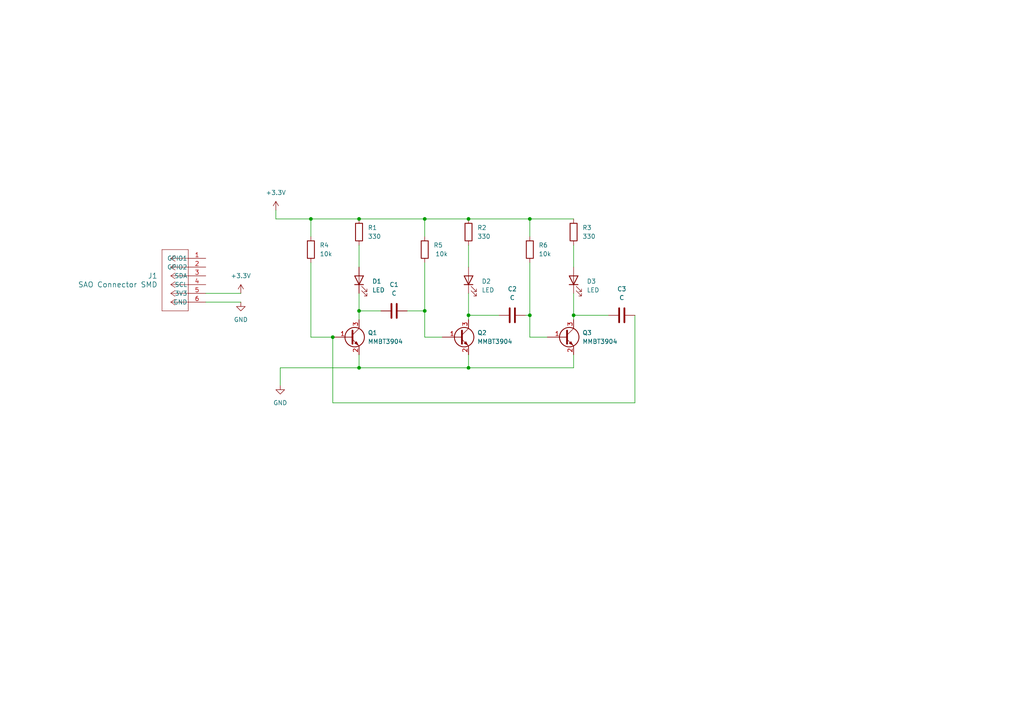
<source format=kicad_sch>
(kicad_sch
	(version 20231120)
	(generator "eeschema")
	(generator_version "8.0")
	(uuid "d5f2a1aa-578a-4ad8-9c0e-4bf4fc341cac")
	(paper "A4")
	(lib_symbols
		(symbol "Device:C"
			(pin_numbers hide)
			(pin_names
				(offset 0.254)
			)
			(exclude_from_sim no)
			(in_bom yes)
			(on_board yes)
			(property "Reference" "C"
				(at 0.635 2.54 0)
				(effects
					(font
						(size 1.27 1.27)
					)
					(justify left)
				)
			)
			(property "Value" "C"
				(at 0.635 -2.54 0)
				(effects
					(font
						(size 1.27 1.27)
					)
					(justify left)
				)
			)
			(property "Footprint" ""
				(at 0.9652 -3.81 0)
				(effects
					(font
						(size 1.27 1.27)
					)
					(hide yes)
				)
			)
			(property "Datasheet" "~"
				(at 0 0 0)
				(effects
					(font
						(size 1.27 1.27)
					)
					(hide yes)
				)
			)
			(property "Description" "Unpolarized capacitor"
				(at 0 0 0)
				(effects
					(font
						(size 1.27 1.27)
					)
					(hide yes)
				)
			)
			(property "ki_keywords" "cap capacitor"
				(at 0 0 0)
				(effects
					(font
						(size 1.27 1.27)
					)
					(hide yes)
				)
			)
			(property "ki_fp_filters" "C_*"
				(at 0 0 0)
				(effects
					(font
						(size 1.27 1.27)
					)
					(hide yes)
				)
			)
			(symbol "C_0_1"
				(polyline
					(pts
						(xy -2.032 -0.762) (xy 2.032 -0.762)
					)
					(stroke
						(width 0.508)
						(type default)
					)
					(fill
						(type none)
					)
				)
				(polyline
					(pts
						(xy -2.032 0.762) (xy 2.032 0.762)
					)
					(stroke
						(width 0.508)
						(type default)
					)
					(fill
						(type none)
					)
				)
			)
			(symbol "C_1_1"
				(pin passive line
					(at 0 3.81 270)
					(length 2.794)
					(name "~"
						(effects
							(font
								(size 1.27 1.27)
							)
						)
					)
					(number "1"
						(effects
							(font
								(size 1.27 1.27)
							)
						)
					)
				)
				(pin passive line
					(at 0 -3.81 90)
					(length 2.794)
					(name "~"
						(effects
							(font
								(size 1.27 1.27)
							)
						)
					)
					(number "2"
						(effects
							(font
								(size 1.27 1.27)
							)
						)
					)
				)
			)
		)
		(symbol "Device:LED"
			(pin_numbers hide)
			(pin_names
				(offset 1.016) hide)
			(exclude_from_sim no)
			(in_bom yes)
			(on_board yes)
			(property "Reference" "D"
				(at 0 2.54 0)
				(effects
					(font
						(size 1.27 1.27)
					)
				)
			)
			(property "Value" "LED"
				(at 0 -2.54 0)
				(effects
					(font
						(size 1.27 1.27)
					)
				)
			)
			(property "Footprint" ""
				(at 0 0 0)
				(effects
					(font
						(size 1.27 1.27)
					)
					(hide yes)
				)
			)
			(property "Datasheet" "~"
				(at 0 0 0)
				(effects
					(font
						(size 1.27 1.27)
					)
					(hide yes)
				)
			)
			(property "Description" "Light emitting diode"
				(at 0 0 0)
				(effects
					(font
						(size 1.27 1.27)
					)
					(hide yes)
				)
			)
			(property "ki_keywords" "LED diode"
				(at 0 0 0)
				(effects
					(font
						(size 1.27 1.27)
					)
					(hide yes)
				)
			)
			(property "ki_fp_filters" "LED* LED_SMD:* LED_THT:*"
				(at 0 0 0)
				(effects
					(font
						(size 1.27 1.27)
					)
					(hide yes)
				)
			)
			(symbol "LED_0_1"
				(polyline
					(pts
						(xy -1.27 -1.27) (xy -1.27 1.27)
					)
					(stroke
						(width 0.254)
						(type default)
					)
					(fill
						(type none)
					)
				)
				(polyline
					(pts
						(xy -1.27 0) (xy 1.27 0)
					)
					(stroke
						(width 0)
						(type default)
					)
					(fill
						(type none)
					)
				)
				(polyline
					(pts
						(xy 1.27 -1.27) (xy 1.27 1.27) (xy -1.27 0) (xy 1.27 -1.27)
					)
					(stroke
						(width 0.254)
						(type default)
					)
					(fill
						(type none)
					)
				)
				(polyline
					(pts
						(xy -3.048 -0.762) (xy -4.572 -2.286) (xy -3.81 -2.286) (xy -4.572 -2.286) (xy -4.572 -1.524)
					)
					(stroke
						(width 0)
						(type default)
					)
					(fill
						(type none)
					)
				)
				(polyline
					(pts
						(xy -1.778 -0.762) (xy -3.302 -2.286) (xy -2.54 -2.286) (xy -3.302 -2.286) (xy -3.302 -1.524)
					)
					(stroke
						(width 0)
						(type default)
					)
					(fill
						(type none)
					)
				)
			)
			(symbol "LED_1_1"
				(pin passive line
					(at -3.81 0 0)
					(length 2.54)
					(name "K"
						(effects
							(font
								(size 1.27 1.27)
							)
						)
					)
					(number "1"
						(effects
							(font
								(size 1.27 1.27)
							)
						)
					)
				)
				(pin passive line
					(at 3.81 0 180)
					(length 2.54)
					(name "A"
						(effects
							(font
								(size 1.27 1.27)
							)
						)
					)
					(number "2"
						(effects
							(font
								(size 1.27 1.27)
							)
						)
					)
				)
			)
		)
		(symbol "Device:R"
			(pin_numbers hide)
			(pin_names
				(offset 0)
			)
			(exclude_from_sim no)
			(in_bom yes)
			(on_board yes)
			(property "Reference" "R"
				(at 2.032 0 90)
				(effects
					(font
						(size 1.27 1.27)
					)
				)
			)
			(property "Value" "R"
				(at 0 0 90)
				(effects
					(font
						(size 1.27 1.27)
					)
				)
			)
			(property "Footprint" ""
				(at -1.778 0 90)
				(effects
					(font
						(size 1.27 1.27)
					)
					(hide yes)
				)
			)
			(property "Datasheet" "~"
				(at 0 0 0)
				(effects
					(font
						(size 1.27 1.27)
					)
					(hide yes)
				)
			)
			(property "Description" "Resistor"
				(at 0 0 0)
				(effects
					(font
						(size 1.27 1.27)
					)
					(hide yes)
				)
			)
			(property "ki_keywords" "R res resistor"
				(at 0 0 0)
				(effects
					(font
						(size 1.27 1.27)
					)
					(hide yes)
				)
			)
			(property "ki_fp_filters" "R_*"
				(at 0 0 0)
				(effects
					(font
						(size 1.27 1.27)
					)
					(hide yes)
				)
			)
			(symbol "R_0_1"
				(rectangle
					(start -1.016 -2.54)
					(end 1.016 2.54)
					(stroke
						(width 0.254)
						(type default)
					)
					(fill
						(type none)
					)
				)
			)
			(symbol "R_1_1"
				(pin passive line
					(at 0 3.81 270)
					(length 1.27)
					(name "~"
						(effects
							(font
								(size 1.27 1.27)
							)
						)
					)
					(number "1"
						(effects
							(font
								(size 1.27 1.27)
							)
						)
					)
				)
				(pin passive line
					(at 0 -3.81 90)
					(length 1.27)
					(name "~"
						(effects
							(font
								(size 1.27 1.27)
							)
						)
					)
					(number "2"
						(effects
							(font
								(size 1.27 1.27)
							)
						)
					)
				)
			)
		)
		(symbol "SAO Connector SMD:SAO Connector SMD"
			(pin_names
				(offset 0.254)
			)
			(exclude_from_sim no)
			(in_bom yes)
			(on_board yes)
			(property "Reference" "J"
				(at 8.89 6.35 0)
				(effects
					(font
						(size 1.524 1.524)
					)
				)
			)
			(property "Value" "SAO Connector SMD"
				(at 0 0 0)
				(effects
					(font
						(size 1.524 1.524)
					)
				)
			)
			(property "Footprint" "components:SAO Connector SMD"
				(at 0 0 0)
				(effects
					(font
						(size 1.27 1.27)
						(italic yes)
					)
					(hide yes)
				)
			)
			(property "Datasheet" "M20-8760342"
				(at 0 0 0)
				(effects
					(font
						(size 1.27 1.27)
						(italic yes)
					)
					(hide yes)
				)
			)
			(property "Description" ""
				(at 0 0 0)
				(effects
					(font
						(size 1.27 1.27)
					)
					(hide yes)
				)
			)
			(property "ki_keywords" "M20-8760342"
				(at 0 0 0)
				(effects
					(font
						(size 1.27 1.27)
					)
					(hide yes)
				)
			)
			(property "ki_fp_filters" "CONN6_M20-8760342_HRW"
				(at 0 0 0)
				(effects
					(font
						(size 1.27 1.27)
					)
					(hide yes)
				)
			)
			(symbol "SAO Connector SMD_1_1"
				(polyline
					(pts
						(xy 5.08 -15.24) (xy 12.7 -15.24)
					)
					(stroke
						(width 0.127)
						(type default)
					)
					(fill
						(type none)
					)
				)
				(polyline
					(pts
						(xy 5.08 2.54) (xy 5.08 -15.24)
					)
					(stroke
						(width 0.127)
						(type default)
					)
					(fill
						(type none)
					)
				)
				(polyline
					(pts
						(xy 10.16 -12.7) (xy 5.08 -12.7)
					)
					(stroke
						(width 0.127)
						(type default)
					)
					(fill
						(type none)
					)
				)
				(polyline
					(pts
						(xy 10.16 -12.7) (xy 8.89 -13.5467)
					)
					(stroke
						(width 0.127)
						(type default)
					)
					(fill
						(type none)
					)
				)
				(polyline
					(pts
						(xy 10.16 -12.7) (xy 8.89 -11.8533)
					)
					(stroke
						(width 0.127)
						(type default)
					)
					(fill
						(type none)
					)
				)
				(polyline
					(pts
						(xy 10.16 -10.16) (xy 5.08 -10.16)
					)
					(stroke
						(width 0.127)
						(type default)
					)
					(fill
						(type none)
					)
				)
				(polyline
					(pts
						(xy 10.16 -10.16) (xy 8.89 -11.0067)
					)
					(stroke
						(width 0.127)
						(type default)
					)
					(fill
						(type none)
					)
				)
				(polyline
					(pts
						(xy 10.16 -10.16) (xy 8.89 -9.3133)
					)
					(stroke
						(width 0.127)
						(type default)
					)
					(fill
						(type none)
					)
				)
				(polyline
					(pts
						(xy 10.16 -7.62) (xy 5.08 -7.62)
					)
					(stroke
						(width 0.127)
						(type default)
					)
					(fill
						(type none)
					)
				)
				(polyline
					(pts
						(xy 10.16 -7.62) (xy 8.89 -8.4667)
					)
					(stroke
						(width 0.127)
						(type default)
					)
					(fill
						(type none)
					)
				)
				(polyline
					(pts
						(xy 10.16 -7.62) (xy 8.89 -6.7733)
					)
					(stroke
						(width 0.127)
						(type default)
					)
					(fill
						(type none)
					)
				)
				(polyline
					(pts
						(xy 10.16 -5.08) (xy 5.08 -5.08)
					)
					(stroke
						(width 0.127)
						(type default)
					)
					(fill
						(type none)
					)
				)
				(polyline
					(pts
						(xy 10.16 -5.08) (xy 8.89 -5.9267)
					)
					(stroke
						(width 0.127)
						(type default)
					)
					(fill
						(type none)
					)
				)
				(polyline
					(pts
						(xy 10.16 -5.08) (xy 8.89 -4.2333)
					)
					(stroke
						(width 0.127)
						(type default)
					)
					(fill
						(type none)
					)
				)
				(polyline
					(pts
						(xy 10.16 -2.54) (xy 5.08 -2.54)
					)
					(stroke
						(width 0.127)
						(type default)
					)
					(fill
						(type none)
					)
				)
				(polyline
					(pts
						(xy 10.16 -2.54) (xy 8.89 -3.3867)
					)
					(stroke
						(width 0.127)
						(type default)
					)
					(fill
						(type none)
					)
				)
				(polyline
					(pts
						(xy 10.16 -2.54) (xy 8.89 -1.6933)
					)
					(stroke
						(width 0.127)
						(type default)
					)
					(fill
						(type none)
					)
				)
				(polyline
					(pts
						(xy 10.16 0) (xy 5.08 0)
					)
					(stroke
						(width 0.127)
						(type default)
					)
					(fill
						(type none)
					)
				)
				(polyline
					(pts
						(xy 10.16 0) (xy 8.89 -0.8467)
					)
					(stroke
						(width 0.127)
						(type default)
					)
					(fill
						(type none)
					)
				)
				(polyline
					(pts
						(xy 10.16 0) (xy 8.89 0.8467)
					)
					(stroke
						(width 0.127)
						(type default)
					)
					(fill
						(type none)
					)
				)
				(polyline
					(pts
						(xy 12.7 -15.24) (xy 12.7 2.54)
					)
					(stroke
						(width 0.127)
						(type default)
					)
					(fill
						(type none)
					)
				)
				(polyline
					(pts
						(xy 12.7 2.54) (xy 5.08 2.54)
					)
					(stroke
						(width 0.127)
						(type default)
					)
					(fill
						(type none)
					)
				)
				(pin unspecified line
					(at 0 0 0)
					(length 5.08)
					(name "GPIO1"
						(effects
							(font
								(size 1.27 1.27)
							)
						)
					)
					(number "1"
						(effects
							(font
								(size 1.27 1.27)
							)
						)
					)
				)
				(pin unspecified line
					(at 0 -2.54 0)
					(length 5.08)
					(name "GPIO2"
						(effects
							(font
								(size 1.27 1.27)
							)
						)
					)
					(number "2"
						(effects
							(font
								(size 1.27 1.27)
							)
						)
					)
				)
				(pin unspecified line
					(at 0 -5.08 0)
					(length 5.08)
					(name "SDA"
						(effects
							(font
								(size 1.27 1.27)
							)
						)
					)
					(number "3"
						(effects
							(font
								(size 1.27 1.27)
							)
						)
					)
				)
				(pin unspecified line
					(at 0 -7.62 0)
					(length 5.08)
					(name "SCL"
						(effects
							(font
								(size 1.27 1.27)
							)
						)
					)
					(number "4"
						(effects
							(font
								(size 1.27 1.27)
							)
						)
					)
				)
				(pin unspecified line
					(at 0 -10.16 0)
					(length 5.08)
					(name "3V3"
						(effects
							(font
								(size 1.27 1.27)
							)
						)
					)
					(number "5"
						(effects
							(font
								(size 1.27 1.27)
							)
						)
					)
				)
				(pin unspecified line
					(at 0 -12.7 0)
					(length 5.08)
					(name "GND"
						(effects
							(font
								(size 1.27 1.27)
							)
						)
					)
					(number "6"
						(effects
							(font
								(size 1.27 1.27)
							)
						)
					)
				)
			)
			(symbol "SAO Connector SMD_1_2"
				(polyline
					(pts
						(xy 5.08 -15.24) (xy 12.7 -15.24)
					)
					(stroke
						(width 0.127)
						(type default)
					)
					(fill
						(type none)
					)
				)
				(polyline
					(pts
						(xy 5.08 2.54) (xy 5.08 -15.24)
					)
					(stroke
						(width 0.127)
						(type default)
					)
					(fill
						(type none)
					)
				)
				(polyline
					(pts
						(xy 7.62 -12.7) (xy 5.08 -12.7)
					)
					(stroke
						(width 0.127)
						(type default)
					)
					(fill
						(type none)
					)
				)
				(polyline
					(pts
						(xy 7.62 -12.7) (xy 8.89 -13.5467)
					)
					(stroke
						(width 0.127)
						(type default)
					)
					(fill
						(type none)
					)
				)
				(polyline
					(pts
						(xy 7.62 -12.7) (xy 8.89 -11.8533)
					)
					(stroke
						(width 0.127)
						(type default)
					)
					(fill
						(type none)
					)
				)
				(polyline
					(pts
						(xy 7.62 -10.16) (xy 5.08 -10.16)
					)
					(stroke
						(width 0.127)
						(type default)
					)
					(fill
						(type none)
					)
				)
				(polyline
					(pts
						(xy 7.62 -10.16) (xy 8.89 -11.0067)
					)
					(stroke
						(width 0.127)
						(type default)
					)
					(fill
						(type none)
					)
				)
				(polyline
					(pts
						(xy 7.62 -10.16) (xy 8.89 -9.3133)
					)
					(stroke
						(width 0.127)
						(type default)
					)
					(fill
						(type none)
					)
				)
				(polyline
					(pts
						(xy 7.62 -7.62) (xy 5.08 -7.62)
					)
					(stroke
						(width 0.127)
						(type default)
					)
					(fill
						(type none)
					)
				)
				(polyline
					(pts
						(xy 7.62 -7.62) (xy 8.89 -8.4667)
					)
					(stroke
						(width 0.127)
						(type default)
					)
					(fill
						(type none)
					)
				)
				(polyline
					(pts
						(xy 7.62 -7.62) (xy 8.89 -6.7733)
					)
					(stroke
						(width 0.127)
						(type default)
					)
					(fill
						(type none)
					)
				)
				(polyline
					(pts
						(xy 7.62 -5.08) (xy 5.08 -5.08)
					)
					(stroke
						(width 0.127)
						(type default)
					)
					(fill
						(type none)
					)
				)
				(polyline
					(pts
						(xy 7.62 -5.08) (xy 8.89 -5.9267)
					)
					(stroke
						(width 0.127)
						(type default)
					)
					(fill
						(type none)
					)
				)
				(polyline
					(pts
						(xy 7.62 -5.08) (xy 8.89 -4.2333)
					)
					(stroke
						(width 0.127)
						(type default)
					)
					(fill
						(type none)
					)
				)
				(polyline
					(pts
						(xy 7.62 -2.54) (xy 5.08 -2.54)
					)
					(stroke
						(width 0.127)
						(type default)
					)
					(fill
						(type none)
					)
				)
				(polyline
					(pts
						(xy 7.62 -2.54) (xy 8.89 -3.3867)
					)
					(stroke
						(width 0.127)
						(type default)
					)
					(fill
						(type none)
					)
				)
				(polyline
					(pts
						(xy 7.62 -2.54) (xy 8.89 -1.6933)
					)
					(stroke
						(width 0.127)
						(type default)
					)
					(fill
						(type none)
					)
				)
				(polyline
					(pts
						(xy 7.62 0) (xy 5.08 0)
					)
					(stroke
						(width 0.127)
						(type default)
					)
					(fill
						(type none)
					)
				)
				(polyline
					(pts
						(xy 7.62 0) (xy 8.89 -0.8467)
					)
					(stroke
						(width 0.127)
						(type default)
					)
					(fill
						(type none)
					)
				)
				(polyline
					(pts
						(xy 7.62 0) (xy 8.89 0.8467)
					)
					(stroke
						(width 0.127)
						(type default)
					)
					(fill
						(type none)
					)
				)
				(polyline
					(pts
						(xy 12.7 -15.24) (xy 12.7 2.54)
					)
					(stroke
						(width 0.127)
						(type default)
					)
					(fill
						(type none)
					)
				)
				(polyline
					(pts
						(xy 12.7 2.54) (xy 5.08 2.54)
					)
					(stroke
						(width 0.127)
						(type default)
					)
					(fill
						(type none)
					)
				)
				(pin unspecified line
					(at 0 0 0)
					(length 5.08)
					(name "1"
						(effects
							(font
								(size 1.27 1.27)
							)
						)
					)
					(number "1"
						(effects
							(font
								(size 1.27 1.27)
							)
						)
					)
				)
				(pin unspecified line
					(at 0 -2.54 0)
					(length 5.08)
					(name "2"
						(effects
							(font
								(size 1.27 1.27)
							)
						)
					)
					(number "2"
						(effects
							(font
								(size 1.27 1.27)
							)
						)
					)
				)
				(pin unspecified line
					(at 0 -5.08 0)
					(length 5.08)
					(name "3"
						(effects
							(font
								(size 1.27 1.27)
							)
						)
					)
					(number "3"
						(effects
							(font
								(size 1.27 1.27)
							)
						)
					)
				)
				(pin unspecified line
					(at 0 -7.62 0)
					(length 5.08)
					(name "4"
						(effects
							(font
								(size 1.27 1.27)
							)
						)
					)
					(number "4"
						(effects
							(font
								(size 1.27 1.27)
							)
						)
					)
				)
				(pin unspecified line
					(at 0 -10.16 0)
					(length 5.08)
					(name "5"
						(effects
							(font
								(size 1.27 1.27)
							)
						)
					)
					(number "5"
						(effects
							(font
								(size 1.27 1.27)
							)
						)
					)
				)
				(pin unspecified line
					(at 0 -12.7 0)
					(length 5.08)
					(name "6"
						(effects
							(font
								(size 1.27 1.27)
							)
						)
					)
					(number "6"
						(effects
							(font
								(size 1.27 1.27)
							)
						)
					)
				)
			)
		)
		(symbol "Transistor_BJT:MMBT3904"
			(pin_names
				(offset 0) hide)
			(exclude_from_sim no)
			(in_bom yes)
			(on_board yes)
			(property "Reference" "Q"
				(at 5.08 1.905 0)
				(effects
					(font
						(size 1.27 1.27)
					)
					(justify left)
				)
			)
			(property "Value" "MMBT3904"
				(at 5.08 0 0)
				(effects
					(font
						(size 1.27 1.27)
					)
					(justify left)
				)
			)
			(property "Footprint" "Package_TO_SOT_SMD:SOT-23"
				(at 5.08 -1.905 0)
				(effects
					(font
						(size 1.27 1.27)
						(italic yes)
					)
					(justify left)
					(hide yes)
				)
			)
			(property "Datasheet" "https://www.onsemi.com/pdf/datasheet/pzt3904-d.pdf"
				(at 0 0 0)
				(effects
					(font
						(size 1.27 1.27)
					)
					(justify left)
					(hide yes)
				)
			)
			(property "Description" "0.2A Ic, 40V Vce, Small Signal NPN Transistor, SOT-23"
				(at 0 0 0)
				(effects
					(font
						(size 1.27 1.27)
					)
					(hide yes)
				)
			)
			(property "ki_keywords" "NPN Transistor"
				(at 0 0 0)
				(effects
					(font
						(size 1.27 1.27)
					)
					(hide yes)
				)
			)
			(property "ki_fp_filters" "SOT?23*"
				(at 0 0 0)
				(effects
					(font
						(size 1.27 1.27)
					)
					(hide yes)
				)
			)
			(symbol "MMBT3904_0_1"
				(polyline
					(pts
						(xy 0.635 0.635) (xy 2.54 2.54)
					)
					(stroke
						(width 0)
						(type default)
					)
					(fill
						(type none)
					)
				)
				(polyline
					(pts
						(xy 0.635 -0.635) (xy 2.54 -2.54) (xy 2.54 -2.54)
					)
					(stroke
						(width 0)
						(type default)
					)
					(fill
						(type none)
					)
				)
				(polyline
					(pts
						(xy 0.635 1.905) (xy 0.635 -1.905) (xy 0.635 -1.905)
					)
					(stroke
						(width 0.508)
						(type default)
					)
					(fill
						(type none)
					)
				)
				(polyline
					(pts
						(xy 1.27 -1.778) (xy 1.778 -1.27) (xy 2.286 -2.286) (xy 1.27 -1.778) (xy 1.27 -1.778)
					)
					(stroke
						(width 0)
						(type default)
					)
					(fill
						(type outline)
					)
				)
				(circle
					(center 1.27 0)
					(radius 2.8194)
					(stroke
						(width 0.254)
						(type default)
					)
					(fill
						(type none)
					)
				)
			)
			(symbol "MMBT3904_1_1"
				(pin input line
					(at -5.08 0 0)
					(length 5.715)
					(name "B"
						(effects
							(font
								(size 1.27 1.27)
							)
						)
					)
					(number "1"
						(effects
							(font
								(size 1.27 1.27)
							)
						)
					)
				)
				(pin passive line
					(at 2.54 -5.08 90)
					(length 2.54)
					(name "E"
						(effects
							(font
								(size 1.27 1.27)
							)
						)
					)
					(number "2"
						(effects
							(font
								(size 1.27 1.27)
							)
						)
					)
				)
				(pin passive line
					(at 2.54 5.08 270)
					(length 2.54)
					(name "C"
						(effects
							(font
								(size 1.27 1.27)
							)
						)
					)
					(number "3"
						(effects
							(font
								(size 1.27 1.27)
							)
						)
					)
				)
			)
		)
		(symbol "power:+3.3V"
			(power)
			(pin_numbers hide)
			(pin_names
				(offset 0) hide)
			(exclude_from_sim no)
			(in_bom yes)
			(on_board yes)
			(property "Reference" "#PWR"
				(at 0 -3.81 0)
				(effects
					(font
						(size 1.27 1.27)
					)
					(hide yes)
				)
			)
			(property "Value" "+3.3V"
				(at 0 3.556 0)
				(effects
					(font
						(size 1.27 1.27)
					)
				)
			)
			(property "Footprint" ""
				(at 0 0 0)
				(effects
					(font
						(size 1.27 1.27)
					)
					(hide yes)
				)
			)
			(property "Datasheet" ""
				(at 0 0 0)
				(effects
					(font
						(size 1.27 1.27)
					)
					(hide yes)
				)
			)
			(property "Description" "Power symbol creates a global label with name \"+3.3V\""
				(at 0 0 0)
				(effects
					(font
						(size 1.27 1.27)
					)
					(hide yes)
				)
			)
			(property "ki_keywords" "global power"
				(at 0 0 0)
				(effects
					(font
						(size 1.27 1.27)
					)
					(hide yes)
				)
			)
			(symbol "+3.3V_0_1"
				(polyline
					(pts
						(xy -0.762 1.27) (xy 0 2.54)
					)
					(stroke
						(width 0)
						(type default)
					)
					(fill
						(type none)
					)
				)
				(polyline
					(pts
						(xy 0 0) (xy 0 2.54)
					)
					(stroke
						(width 0)
						(type default)
					)
					(fill
						(type none)
					)
				)
				(polyline
					(pts
						(xy 0 2.54) (xy 0.762 1.27)
					)
					(stroke
						(width 0)
						(type default)
					)
					(fill
						(type none)
					)
				)
			)
			(symbol "+3.3V_1_1"
				(pin power_in line
					(at 0 0 90)
					(length 0)
					(name "~"
						(effects
							(font
								(size 1.27 1.27)
							)
						)
					)
					(number "1"
						(effects
							(font
								(size 1.27 1.27)
							)
						)
					)
				)
			)
		)
		(symbol "power:GND"
			(power)
			(pin_numbers hide)
			(pin_names
				(offset 0) hide)
			(exclude_from_sim no)
			(in_bom yes)
			(on_board yes)
			(property "Reference" "#PWR"
				(at 0 -6.35 0)
				(effects
					(font
						(size 1.27 1.27)
					)
					(hide yes)
				)
			)
			(property "Value" "GND"
				(at 0 -3.81 0)
				(effects
					(font
						(size 1.27 1.27)
					)
				)
			)
			(property "Footprint" ""
				(at 0 0 0)
				(effects
					(font
						(size 1.27 1.27)
					)
					(hide yes)
				)
			)
			(property "Datasheet" ""
				(at 0 0 0)
				(effects
					(font
						(size 1.27 1.27)
					)
					(hide yes)
				)
			)
			(property "Description" "Power symbol creates a global label with name \"GND\" , ground"
				(at 0 0 0)
				(effects
					(font
						(size 1.27 1.27)
					)
					(hide yes)
				)
			)
			(property "ki_keywords" "global power"
				(at 0 0 0)
				(effects
					(font
						(size 1.27 1.27)
					)
					(hide yes)
				)
			)
			(symbol "GND_0_1"
				(polyline
					(pts
						(xy 0 0) (xy 0 -1.27) (xy 1.27 -1.27) (xy 0 -2.54) (xy -1.27 -1.27) (xy 0 -1.27)
					)
					(stroke
						(width 0)
						(type default)
					)
					(fill
						(type none)
					)
				)
			)
			(symbol "GND_1_1"
				(pin power_in line
					(at 0 0 270)
					(length 0)
					(name "~"
						(effects
							(font
								(size 1.27 1.27)
							)
						)
					)
					(number "1"
						(effects
							(font
								(size 1.27 1.27)
							)
						)
					)
				)
			)
		)
	)
	(junction
		(at 166.37 91.44)
		(diameter 0)
		(color 0 0 0 0)
		(uuid "0b0880bf-0fa6-42d4-9566-d9e190ef729b")
	)
	(junction
		(at 123.19 63.5)
		(diameter 0)
		(color 0 0 0 0)
		(uuid "1ccd0c2b-16c2-40d3-ab8a-4e27825eca76")
	)
	(junction
		(at 123.19 90.17)
		(diameter 0)
		(color 0 0 0 0)
		(uuid "1d9cd42d-d592-4e7d-ab15-c68a276b6aa8")
	)
	(junction
		(at 153.67 91.44)
		(diameter 0)
		(color 0 0 0 0)
		(uuid "4f8a2c82-3054-4b52-a19b-8454617535e6")
	)
	(junction
		(at 135.89 63.5)
		(diameter 0)
		(color 0 0 0 0)
		(uuid "6c3fe878-5cde-4249-ae39-50865c702dff")
	)
	(junction
		(at 153.67 63.5)
		(diameter 0)
		(color 0 0 0 0)
		(uuid "7f2229f3-3143-4cda-94cb-9c98f236665d")
	)
	(junction
		(at 135.89 91.44)
		(diameter 0)
		(color 0 0 0 0)
		(uuid "9a33a7e9-4be6-40f4-ac3f-bc0d2b9d8dee")
	)
	(junction
		(at 104.14 63.5)
		(diameter 0)
		(color 0 0 0 0)
		(uuid "a08ab826-4d0b-4317-9cc3-f3e2eded6994")
	)
	(junction
		(at 104.14 106.68)
		(diameter 0)
		(color 0 0 0 0)
		(uuid "a09f69fe-da87-407f-bc84-f9fa908e6f9a")
	)
	(junction
		(at 135.89 106.68)
		(diameter 0)
		(color 0 0 0 0)
		(uuid "b1f48d04-a39f-4c1e-bde2-a4dca9cc2251")
	)
	(junction
		(at 96.52 97.79)
		(diameter 0)
		(color 0 0 0 0)
		(uuid "e78c3035-bb27-41b1-8eff-1ca505f679bc")
	)
	(junction
		(at 104.14 90.17)
		(diameter 0)
		(color 0 0 0 0)
		(uuid "f8b8749b-d8f7-420a-8851-a6fd1499881f")
	)
	(junction
		(at 90.17 63.5)
		(diameter 0)
		(color 0 0 0 0)
		(uuid "fb925bda-d992-469a-935c-b71efd4af41b")
	)
	(wire
		(pts
			(xy 135.89 71.12) (xy 135.89 77.47)
		)
		(stroke
			(width 0)
			(type default)
		)
		(uuid "01cd4b76-c66e-4201-b5a9-4f0d9545d5ac")
	)
	(wire
		(pts
			(xy 59.69 85.09) (xy 69.85 85.09)
		)
		(stroke
			(width 0)
			(type default)
		)
		(uuid "064ea619-c34b-49cf-b7eb-860d29b8c2b7")
	)
	(wire
		(pts
			(xy 135.89 106.68) (xy 166.37 106.68)
		)
		(stroke
			(width 0)
			(type default)
		)
		(uuid "099be7f0-14e3-40e2-88e4-84a69ece13ba")
	)
	(wire
		(pts
			(xy 152.4 91.44) (xy 153.67 91.44)
		)
		(stroke
			(width 0)
			(type default)
		)
		(uuid "0bf86857-08fa-4b77-852f-d81c2230c06c")
	)
	(wire
		(pts
			(xy 153.67 63.5) (xy 166.37 63.5)
		)
		(stroke
			(width 0)
			(type default)
		)
		(uuid "12426e25-11b9-4c2b-8f95-7ae20674ad05")
	)
	(wire
		(pts
			(xy 166.37 85.09) (xy 166.37 91.44)
		)
		(stroke
			(width 0)
			(type default)
		)
		(uuid "184b14a0-3f94-43ba-8d56-120b976f21fc")
	)
	(wire
		(pts
			(xy 135.89 85.09) (xy 135.89 91.44)
		)
		(stroke
			(width 0)
			(type default)
		)
		(uuid "2c994d04-7fb3-4d7c-9af9-e0bc429f4b5f")
	)
	(wire
		(pts
			(xy 90.17 97.79) (xy 96.52 97.79)
		)
		(stroke
			(width 0)
			(type default)
		)
		(uuid "2eca2a15-3fc2-4e99-86b6-3cd806a7b7c6")
	)
	(wire
		(pts
			(xy 123.19 63.5) (xy 123.19 68.58)
		)
		(stroke
			(width 0)
			(type default)
		)
		(uuid "37391868-c3ce-4cfe-b8bf-25ff6c122320")
	)
	(wire
		(pts
			(xy 118.11 90.17) (xy 123.19 90.17)
		)
		(stroke
			(width 0)
			(type default)
		)
		(uuid "389c37a1-49fa-4ceb-9c47-1a4acb15632f")
	)
	(wire
		(pts
			(xy 104.14 90.17) (xy 104.14 92.71)
		)
		(stroke
			(width 0)
			(type default)
		)
		(uuid "3f8ce8d2-9fd1-4765-8c87-062d57192048")
	)
	(wire
		(pts
			(xy 166.37 102.87) (xy 166.37 106.68)
		)
		(stroke
			(width 0)
			(type default)
		)
		(uuid "5641203c-4af6-4c03-ad57-4bc8da6e081d")
	)
	(wire
		(pts
			(xy 153.67 97.79) (xy 158.75 97.79)
		)
		(stroke
			(width 0)
			(type default)
		)
		(uuid "56851a56-1dde-485a-b4cd-971f76ab48c3")
	)
	(wire
		(pts
			(xy 135.89 91.44) (xy 144.78 91.44)
		)
		(stroke
			(width 0)
			(type default)
		)
		(uuid "5e170b64-fa67-41fb-a2fc-1010efa23377")
	)
	(wire
		(pts
			(xy 166.37 91.44) (xy 166.37 92.71)
		)
		(stroke
			(width 0)
			(type default)
		)
		(uuid "6689d175-1059-48b4-a0a1-71914bc042ef")
	)
	(wire
		(pts
			(xy 128.27 97.79) (xy 123.19 97.79)
		)
		(stroke
			(width 0)
			(type default)
		)
		(uuid "67e800a4-9dc6-4e22-9bd4-63b48091af28")
	)
	(wire
		(pts
			(xy 104.14 106.68) (xy 135.89 106.68)
		)
		(stroke
			(width 0)
			(type default)
		)
		(uuid "6d6dccde-3153-4d92-b978-2c649517873d")
	)
	(wire
		(pts
			(xy 166.37 91.44) (xy 176.53 91.44)
		)
		(stroke
			(width 0)
			(type default)
		)
		(uuid "6dbdedab-36c2-45c5-9db5-953d7fbe68b3")
	)
	(wire
		(pts
			(xy 104.14 63.5) (xy 123.19 63.5)
		)
		(stroke
			(width 0)
			(type default)
		)
		(uuid "75cebe83-1c6a-43a6-ad9c-4b522346f522")
	)
	(wire
		(pts
			(xy 80.01 63.5) (xy 80.01 60.96)
		)
		(stroke
			(width 0)
			(type default)
		)
		(uuid "7ed3070c-736a-4ba9-97d4-f1c0ab8028b9")
	)
	(wire
		(pts
			(xy 153.67 63.5) (xy 153.67 68.58)
		)
		(stroke
			(width 0)
			(type default)
		)
		(uuid "8a6a602e-52ad-4d7c-8e2b-b2c91150590e")
	)
	(wire
		(pts
			(xy 90.17 63.5) (xy 90.17 68.58)
		)
		(stroke
			(width 0)
			(type default)
		)
		(uuid "8b6bc49d-b522-4bb9-aa1f-edb8b746743e")
	)
	(wire
		(pts
			(xy 123.19 63.5) (xy 135.89 63.5)
		)
		(stroke
			(width 0)
			(type default)
		)
		(uuid "8f5c9f6f-9a29-495a-909b-a5d4740610e0")
	)
	(wire
		(pts
			(xy 184.15 116.84) (xy 96.52 116.84)
		)
		(stroke
			(width 0)
			(type default)
		)
		(uuid "92c26c3c-ad7a-487b-aa39-401689ad0783")
	)
	(wire
		(pts
			(xy 135.89 63.5) (xy 153.67 63.5)
		)
		(stroke
			(width 0)
			(type default)
		)
		(uuid "951b07e5-cbc3-486b-b68f-c0d86c89fcd0")
	)
	(wire
		(pts
			(xy 96.52 116.84) (xy 96.52 97.79)
		)
		(stroke
			(width 0)
			(type default)
		)
		(uuid "9c19fa6c-0846-47fe-8043-68d55edf920b")
	)
	(wire
		(pts
			(xy 59.69 87.63) (xy 69.85 87.63)
		)
		(stroke
			(width 0)
			(type default)
		)
		(uuid "9d9cd78e-e936-4fbf-b169-d4e6b2094de8")
	)
	(wire
		(pts
			(xy 123.19 90.17) (xy 123.19 97.79)
		)
		(stroke
			(width 0)
			(type default)
		)
		(uuid "a2a9c42a-cf3c-4903-9543-a4bc2f8547dd")
	)
	(wire
		(pts
			(xy 135.89 91.44) (xy 135.89 92.71)
		)
		(stroke
			(width 0)
			(type default)
		)
		(uuid "a6f9fbfe-fd5a-4a0b-814c-ae3b4d1e50b9")
	)
	(wire
		(pts
			(xy 104.14 85.09) (xy 104.14 90.17)
		)
		(stroke
			(width 0)
			(type default)
		)
		(uuid "a908ec50-7720-4143-91cf-a34dc8e56c45")
	)
	(wire
		(pts
			(xy 104.14 102.87) (xy 104.14 106.68)
		)
		(stroke
			(width 0)
			(type default)
		)
		(uuid "ab39cafa-cdf9-4d70-9b49-5df7f4cf8d30")
	)
	(wire
		(pts
			(xy 166.37 71.12) (xy 166.37 77.47)
		)
		(stroke
			(width 0)
			(type default)
		)
		(uuid "b69dd464-2cf2-42c4-814b-8f514a624501")
	)
	(wire
		(pts
			(xy 104.14 71.12) (xy 104.14 77.47)
		)
		(stroke
			(width 0)
			(type default)
		)
		(uuid "bf570b47-5253-491e-be3c-411e9f1d351c")
	)
	(wire
		(pts
			(xy 81.28 106.68) (xy 81.28 111.76)
		)
		(stroke
			(width 0)
			(type default)
		)
		(uuid "bff91f98-533d-47c8-bd1f-c54883e88cce")
	)
	(wire
		(pts
			(xy 104.14 106.68) (xy 81.28 106.68)
		)
		(stroke
			(width 0)
			(type default)
		)
		(uuid "cd04b841-5830-4b8c-8130-44e1932a94b8")
	)
	(wire
		(pts
			(xy 184.15 91.44) (xy 184.15 116.84)
		)
		(stroke
			(width 0)
			(type default)
		)
		(uuid "ce24661e-f653-4401-8dbb-415674a1d7a4")
	)
	(wire
		(pts
			(xy 135.89 102.87) (xy 135.89 106.68)
		)
		(stroke
			(width 0)
			(type default)
		)
		(uuid "ce891e61-b90b-4620-95b0-06c24d1c219d")
	)
	(wire
		(pts
			(xy 110.49 90.17) (xy 104.14 90.17)
		)
		(stroke
			(width 0)
			(type default)
		)
		(uuid "d86e5c16-24c9-44ec-8434-6eef77181701")
	)
	(wire
		(pts
			(xy 90.17 63.5) (xy 104.14 63.5)
		)
		(stroke
			(width 0)
			(type default)
		)
		(uuid "dd9cac1c-d0f1-4aac-a2ce-bb59092ea2a4")
	)
	(wire
		(pts
			(xy 153.67 76.2) (xy 153.67 91.44)
		)
		(stroke
			(width 0)
			(type default)
		)
		(uuid "df2bc0e7-f745-4a18-b339-17155fed3b6e")
	)
	(wire
		(pts
			(xy 90.17 76.2) (xy 90.17 97.79)
		)
		(stroke
			(width 0)
			(type default)
		)
		(uuid "df6c439f-330b-474f-a549-56a9b1aee042")
	)
	(wire
		(pts
			(xy 123.19 76.2) (xy 123.19 90.17)
		)
		(stroke
			(width 0)
			(type default)
		)
		(uuid "e88c6e76-aef1-4e8a-b9e4-ceff7460d7ec")
	)
	(wire
		(pts
			(xy 80.01 63.5) (xy 90.17 63.5)
		)
		(stroke
			(width 0)
			(type default)
		)
		(uuid "ea6b259b-42a9-4429-bb82-676b3ff7441a")
	)
	(wire
		(pts
			(xy 153.67 91.44) (xy 153.67 97.79)
		)
		(stroke
			(width 0)
			(type default)
		)
		(uuid "f19a9e12-d2c0-4752-953b-3857cd4e2a31")
	)
	(symbol
		(lib_id "Device:R")
		(at 153.67 72.39 0)
		(unit 1)
		(exclude_from_sim no)
		(in_bom yes)
		(on_board yes)
		(dnp no)
		(fields_autoplaced yes)
		(uuid "07a18253-51cb-4d3a-acd3-243901d2da79")
		(property "Reference" "R6"
			(at 156.21 71.1199 0)
			(effects
				(font
					(size 1.27 1.27)
				)
				(justify left)
			)
		)
		(property "Value" "10k"
			(at 156.21 73.6599 0)
			(effects
				(font
					(size 1.27 1.27)
				)
				(justify left)
			)
		)
		(property "Footprint" "Resistor_SMD:R_0402_1005Metric_Pad0.72x0.64mm_HandSolder"
			(at 151.892 72.39 90)
			(effects
				(font
					(size 1.27 1.27)
				)
				(hide yes)
			)
		)
		(property "Datasheet" "~"
			(at 153.67 72.39 0)
			(effects
				(font
					(size 1.27 1.27)
				)
				(hide yes)
			)
		)
		(property "Description" "Resistor"
			(at 153.67 72.39 0)
			(effects
				(font
					(size 1.27 1.27)
				)
				(hide yes)
			)
		)
		(pin "2"
			(uuid "5352bb24-e592-4bdc-ac6b-c1f563bff44f")
		)
		(pin "1"
			(uuid "55000578-cd84-4389-9777-3204cb199b8d")
		)
		(instances
			(project "Sao_SlotMachine"
				(path "/d5f2a1aa-578a-4ad8-9c0e-4bf4fc341cac"
					(reference "R6")
					(unit 1)
				)
			)
		)
	)
	(symbol
		(lib_id "Device:R")
		(at 123.19 72.39 0)
		(unit 1)
		(exclude_from_sim no)
		(in_bom yes)
		(on_board yes)
		(dnp no)
		(uuid "108ba00a-2df4-4350-b856-ac5c40e35446")
		(property "Reference" "R5"
			(at 125.73 71.1199 0)
			(effects
				(font
					(size 1.27 1.27)
				)
				(justify left)
			)
		)
		(property "Value" "10k"
			(at 126.238 73.66 0)
			(effects
				(font
					(size 1.27 1.27)
				)
				(justify left)
			)
		)
		(property "Footprint" "Resistor_SMD:R_0402_1005Metric_Pad0.72x0.64mm_HandSolder"
			(at 121.412 72.39 90)
			(effects
				(font
					(size 1.27 1.27)
				)
				(hide yes)
			)
		)
		(property "Datasheet" "~"
			(at 123.19 72.39 0)
			(effects
				(font
					(size 1.27 1.27)
				)
				(hide yes)
			)
		)
		(property "Description" "Resistor"
			(at 123.19 72.39 0)
			(effects
				(font
					(size 1.27 1.27)
				)
				(hide yes)
			)
		)
		(pin "2"
			(uuid "bac62191-da68-48b6-88ee-2b3788ef736b")
		)
		(pin "1"
			(uuid "6655fac6-b55c-4d09-8b52-860486245784")
		)
		(instances
			(project "Sao_SlotMachine"
				(path "/d5f2a1aa-578a-4ad8-9c0e-4bf4fc341cac"
					(reference "R5")
					(unit 1)
				)
			)
		)
	)
	(symbol
		(lib_id "Device:R")
		(at 166.37 67.31 0)
		(unit 1)
		(exclude_from_sim no)
		(in_bom yes)
		(on_board yes)
		(dnp no)
		(fields_autoplaced yes)
		(uuid "1b58276c-efee-4e89-aa3d-184a45ef0b15")
		(property "Reference" "R3"
			(at 168.91 66.0399 0)
			(effects
				(font
					(size 1.27 1.27)
				)
				(justify left)
			)
		)
		(property "Value" "330"
			(at 168.91 68.5799 0)
			(effects
				(font
					(size 1.27 1.27)
				)
				(justify left)
			)
		)
		(property "Footprint" "Resistor_SMD:R_0402_1005Metric_Pad0.72x0.64mm_HandSolder"
			(at 164.592 67.31 90)
			(effects
				(font
					(size 1.27 1.27)
				)
				(hide yes)
			)
		)
		(property "Datasheet" "~"
			(at 166.37 67.31 0)
			(effects
				(font
					(size 1.27 1.27)
				)
				(hide yes)
			)
		)
		(property "Description" "Resistor"
			(at 166.37 67.31 0)
			(effects
				(font
					(size 1.27 1.27)
				)
				(hide yes)
			)
		)
		(pin "2"
			(uuid "e14624ba-cf5e-44a2-b8fb-9fa552aa2fb1")
		)
		(pin "1"
			(uuid "c13d5820-0ec8-4fe6-a507-960722dd93c4")
		)
		(instances
			(project "Sao_SlotMachine"
				(path "/d5f2a1aa-578a-4ad8-9c0e-4bf4fc341cac"
					(reference "R3")
					(unit 1)
				)
			)
		)
	)
	(symbol
		(lib_id "Device:LED")
		(at 166.37 81.28 90)
		(unit 1)
		(exclude_from_sim no)
		(in_bom yes)
		(on_board yes)
		(dnp no)
		(fields_autoplaced yes)
		(uuid "1b7c7229-a0d8-407b-b0b6-c42ea154ca26")
		(property "Reference" "D3"
			(at 170.18 81.5974 90)
			(effects
				(font
					(size 1.27 1.27)
				)
				(justify right)
			)
		)
		(property "Value" "LED"
			(at 170.18 84.1374 90)
			(effects
				(font
					(size 1.27 1.27)
				)
				(justify right)
			)
		)
		(property "Footprint" "LED_SMD:LED_0402_1005Metric_Pad0.77x0.64mm_HandSolder"
			(at 166.37 81.28 0)
			(effects
				(font
					(size 1.27 1.27)
				)
				(hide yes)
			)
		)
		(property "Datasheet" "~"
			(at 166.37 81.28 0)
			(effects
				(font
					(size 1.27 1.27)
				)
				(hide yes)
			)
		)
		(property "Description" "Light emitting diode"
			(at 166.37 81.28 0)
			(effects
				(font
					(size 1.27 1.27)
				)
				(hide yes)
			)
		)
		(pin "1"
			(uuid "4224f399-ddbe-4aee-bcc3-6e8349108d08")
		)
		(pin "2"
			(uuid "9651f97a-9b39-4253-933d-f55f0d9ac409")
		)
		(instances
			(project "Sao_SlotMachine"
				(path "/d5f2a1aa-578a-4ad8-9c0e-4bf4fc341cac"
					(reference "D3")
					(unit 1)
				)
			)
		)
	)
	(symbol
		(lib_id "SAO Connector SMD:SAO Connector SMD")
		(at 59.69 74.93 0)
		(mirror y)
		(unit 1)
		(exclude_from_sim no)
		(in_bom yes)
		(on_board yes)
		(dnp no)
		(uuid "38ebb079-aa22-4111-b680-b0105395bd4f")
		(property "Reference" "J1"
			(at 45.72 80.0099 0)
			(effects
				(font
					(size 1.524 1.524)
				)
				(justify left)
			)
		)
		(property "Value" "SAO Connector SMD"
			(at 45.72 82.5499 0)
			(effects
				(font
					(size 1.524 1.524)
				)
				(justify left)
			)
		)
		(property "Footprint" "footprints:SAO Connector SMD"
			(at 59.69 74.93 0)
			(effects
				(font
					(size 1.27 1.27)
					(italic yes)
				)
				(hide yes)
			)
		)
		(property "Datasheet" "M20-8760342"
			(at 59.69 74.93 0)
			(effects
				(font
					(size 1.27 1.27)
					(italic yes)
				)
				(hide yes)
			)
		)
		(property "Description" ""
			(at 59.69 74.93 0)
			(effects
				(font
					(size 1.27 1.27)
				)
				(hide yes)
			)
		)
		(pin "5"
			(uuid "847accad-19ea-49fa-86e7-bbb58db7c7b6")
		)
		(pin "4"
			(uuid "9b2341c1-601a-498e-a087-cf415013c751")
		)
		(pin "2"
			(uuid "e4d64f32-34b8-46b9-a774-ff6e94e52abe")
		)
		(pin "1"
			(uuid "ab1478a2-ab63-4434-93ea-c50fa3e6651f")
		)
		(pin "3"
			(uuid "58a8fa69-d397-48c2-835f-b1f327c2b231")
		)
		(pin "6"
			(uuid "6ccd6647-02e7-4eaa-a709-c2c3fd49f524")
		)
		(instances
			(project ""
				(path "/d5f2a1aa-578a-4ad8-9c0e-4bf4fc341cac"
					(reference "J1")
					(unit 1)
				)
			)
		)
	)
	(symbol
		(lib_id "Device:R")
		(at 90.17 72.39 0)
		(unit 1)
		(exclude_from_sim no)
		(in_bom yes)
		(on_board yes)
		(dnp no)
		(fields_autoplaced yes)
		(uuid "4731c121-3d0f-48e8-9a69-b7e1fb8074c1")
		(property "Reference" "R4"
			(at 92.71 71.1199 0)
			(effects
				(font
					(size 1.27 1.27)
				)
				(justify left)
			)
		)
		(property "Value" "10k"
			(at 92.71 73.6599 0)
			(effects
				(font
					(size 1.27 1.27)
				)
				(justify left)
			)
		)
		(property "Footprint" "Resistor_SMD:R_0402_1005Metric_Pad0.72x0.64mm_HandSolder"
			(at 88.392 72.39 90)
			(effects
				(font
					(size 1.27 1.27)
				)
				(hide yes)
			)
		)
		(property "Datasheet" "~"
			(at 90.17 72.39 0)
			(effects
				(font
					(size 1.27 1.27)
				)
				(hide yes)
			)
		)
		(property "Description" "Resistor"
			(at 90.17 72.39 0)
			(effects
				(font
					(size 1.27 1.27)
				)
				(hide yes)
			)
		)
		(pin "2"
			(uuid "797b3b23-a342-4224-b415-56580ddbe1f0")
		)
		(pin "1"
			(uuid "a222401c-5099-471b-b529-ccf8c3c57614")
		)
		(instances
			(project "Sao_SlotMachine"
				(path "/d5f2a1aa-578a-4ad8-9c0e-4bf4fc341cac"
					(reference "R4")
					(unit 1)
				)
			)
		)
	)
	(symbol
		(lib_id "Device:LED")
		(at 104.14 81.28 90)
		(unit 1)
		(exclude_from_sim no)
		(in_bom yes)
		(on_board yes)
		(dnp no)
		(fields_autoplaced yes)
		(uuid "4868d45b-94d2-4dcf-9a14-bdb9274920de")
		(property "Reference" "D1"
			(at 107.95 81.5974 90)
			(effects
				(font
					(size 1.27 1.27)
				)
				(justify right)
			)
		)
		(property "Value" "LED"
			(at 107.95 84.1374 90)
			(effects
				(font
					(size 1.27 1.27)
				)
				(justify right)
			)
		)
		(property "Footprint" "LED_SMD:LED_0402_1005Metric_Pad0.77x0.64mm_HandSolder"
			(at 104.14 81.28 0)
			(effects
				(font
					(size 1.27 1.27)
				)
				(hide yes)
			)
		)
		(property "Datasheet" "~"
			(at 104.14 81.28 0)
			(effects
				(font
					(size 1.27 1.27)
				)
				(hide yes)
			)
		)
		(property "Description" "Light emitting diode"
			(at 104.14 81.28 0)
			(effects
				(font
					(size 1.27 1.27)
				)
				(hide yes)
			)
		)
		(pin "1"
			(uuid "f0c12c19-cf99-44ca-accd-9f4628fe26ea")
		)
		(pin "2"
			(uuid "2a876078-98d9-4733-9c5d-e0247e6b22ef")
		)
		(instances
			(project ""
				(path "/d5f2a1aa-578a-4ad8-9c0e-4bf4fc341cac"
					(reference "D1")
					(unit 1)
				)
			)
		)
	)
	(symbol
		(lib_id "power:GND")
		(at 69.85 87.63 0)
		(unit 1)
		(exclude_from_sim no)
		(in_bom yes)
		(on_board yes)
		(dnp no)
		(fields_autoplaced yes)
		(uuid "49a8774a-40b8-4537-8dac-9bd0bc165777")
		(property "Reference" "#PWR01"
			(at 69.85 93.98 0)
			(effects
				(font
					(size 1.27 1.27)
				)
				(hide yes)
			)
		)
		(property "Value" "GND"
			(at 69.85 92.71 0)
			(effects
				(font
					(size 1.27 1.27)
				)
			)
		)
		(property "Footprint" ""
			(at 69.85 87.63 0)
			(effects
				(font
					(size 1.27 1.27)
				)
				(hide yes)
			)
		)
		(property "Datasheet" ""
			(at 69.85 87.63 0)
			(effects
				(font
					(size 1.27 1.27)
				)
				(hide yes)
			)
		)
		(property "Description" "Power symbol creates a global label with name \"GND\" , ground"
			(at 69.85 87.63 0)
			(effects
				(font
					(size 1.27 1.27)
				)
				(hide yes)
			)
		)
		(pin "1"
			(uuid "859d17bc-636f-4a90-b23f-15f17159c252")
		)
		(instances
			(project ""
				(path "/d5f2a1aa-578a-4ad8-9c0e-4bf4fc341cac"
					(reference "#PWR01")
					(unit 1)
				)
			)
		)
	)
	(symbol
		(lib_id "Transistor_BJT:MMBT3904")
		(at 163.83 97.79 0)
		(unit 1)
		(exclude_from_sim no)
		(in_bom yes)
		(on_board yes)
		(dnp no)
		(fields_autoplaced yes)
		(uuid "51be7b98-b77e-484b-9b93-c1456ab6aee9")
		(property "Reference" "Q3"
			(at 168.91 96.5199 0)
			(effects
				(font
					(size 1.27 1.27)
				)
				(justify left)
			)
		)
		(property "Value" "MMBT3904"
			(at 168.91 99.0599 0)
			(effects
				(font
					(size 1.27 1.27)
				)
				(justify left)
			)
		)
		(property "Footprint" "Package_TO_SOT_SMD:SOT-23"
			(at 168.91 99.695 0)
			(effects
				(font
					(size 1.27 1.27)
					(italic yes)
				)
				(justify left)
				(hide yes)
			)
		)
		(property "Datasheet" "https://www.onsemi.com/pdf/datasheet/pzt3904-d.pdf"
			(at 163.83 97.79 0)
			(effects
				(font
					(size 1.27 1.27)
				)
				(justify left)
				(hide yes)
			)
		)
		(property "Description" "0.2A Ic, 40V Vce, Small Signal NPN Transistor, SOT-23"
			(at 163.83 97.79 0)
			(effects
				(font
					(size 1.27 1.27)
				)
				(hide yes)
			)
		)
		(pin "2"
			(uuid "7de08b72-f571-408b-83d3-46ad05ff5fcc")
		)
		(pin "3"
			(uuid "ef9269b0-c465-4ab1-a418-52abff0dd8fa")
		)
		(pin "1"
			(uuid "1b372c7e-ebc6-43a9-b996-0202757b9cb2")
		)
		(instances
			(project "Sao_SlotMachine"
				(path "/d5f2a1aa-578a-4ad8-9c0e-4bf4fc341cac"
					(reference "Q3")
					(unit 1)
				)
			)
		)
	)
	(symbol
		(lib_id "power:+3.3V")
		(at 80.01 60.96 0)
		(unit 1)
		(exclude_from_sim no)
		(in_bom yes)
		(on_board yes)
		(dnp no)
		(fields_autoplaced yes)
		(uuid "6dacc9f4-24dc-4935-88ff-08c47adaf9c3")
		(property "Reference" "#PWR03"
			(at 80.01 64.77 0)
			(effects
				(font
					(size 1.27 1.27)
				)
				(hide yes)
			)
		)
		(property "Value" "+3.3V"
			(at 80.01 55.88 0)
			(effects
				(font
					(size 1.27 1.27)
				)
			)
		)
		(property "Footprint" ""
			(at 80.01 60.96 0)
			(effects
				(font
					(size 1.27 1.27)
				)
				(hide yes)
			)
		)
		(property "Datasheet" ""
			(at 80.01 60.96 0)
			(effects
				(font
					(size 1.27 1.27)
				)
				(hide yes)
			)
		)
		(property "Description" "Power symbol creates a global label with name \"+3.3V\""
			(at 80.01 60.96 0)
			(effects
				(font
					(size 1.27 1.27)
				)
				(hide yes)
			)
		)
		(pin "1"
			(uuid "d043e2e9-fa4a-49e4-9fc4-763aef4d2625")
		)
		(instances
			(project "Sao_Diamond"
				(path "/d5f2a1aa-578a-4ad8-9c0e-4bf4fc341cac"
					(reference "#PWR03")
					(unit 1)
				)
			)
		)
	)
	(symbol
		(lib_id "Device:R")
		(at 135.89 67.31 0)
		(unit 1)
		(exclude_from_sim no)
		(in_bom yes)
		(on_board yes)
		(dnp no)
		(fields_autoplaced yes)
		(uuid "787d6f5b-07a7-4ae1-b68b-6944b63bd2b2")
		(property "Reference" "R2"
			(at 138.43 66.0399 0)
			(effects
				(font
					(size 1.27 1.27)
				)
				(justify left)
			)
		)
		(property "Value" "330"
			(at 138.43 68.5799 0)
			(effects
				(font
					(size 1.27 1.27)
				)
				(justify left)
			)
		)
		(property "Footprint" "Resistor_SMD:R_0402_1005Metric_Pad0.72x0.64mm_HandSolder"
			(at 134.112 67.31 90)
			(effects
				(font
					(size 1.27 1.27)
				)
				(hide yes)
			)
		)
		(property "Datasheet" "~"
			(at 135.89 67.31 0)
			(effects
				(font
					(size 1.27 1.27)
				)
				(hide yes)
			)
		)
		(property "Description" "Resistor"
			(at 135.89 67.31 0)
			(effects
				(font
					(size 1.27 1.27)
				)
				(hide yes)
			)
		)
		(pin "2"
			(uuid "2f974ad5-eccf-4f94-9e87-4cae70bdba90")
		)
		(pin "1"
			(uuid "4444f366-239e-4c1b-a5b3-cae21d5079d4")
		)
		(instances
			(project "Sao_Diamond"
				(path "/d5f2a1aa-578a-4ad8-9c0e-4bf4fc341cac"
					(reference "R2")
					(unit 1)
				)
			)
		)
	)
	(symbol
		(lib_id "Device:C")
		(at 180.34 91.44 90)
		(unit 1)
		(exclude_from_sim no)
		(in_bom yes)
		(on_board yes)
		(dnp no)
		(fields_autoplaced yes)
		(uuid "7b3a748e-f613-4b28-a835-708ca12e8c13")
		(property "Reference" "C3"
			(at 180.34 83.82 90)
			(effects
				(font
					(size 1.27 1.27)
				)
			)
		)
		(property "Value" "C"
			(at 180.34 86.36 90)
			(effects
				(font
					(size 1.27 1.27)
				)
			)
		)
		(property "Footprint" "Capacitor_SMD:C_0402_1005Metric_Pad0.74x0.62mm_HandSolder"
			(at 184.15 90.4748 0)
			(effects
				(font
					(size 1.27 1.27)
				)
				(hide yes)
			)
		)
		(property "Datasheet" "~"
			(at 180.34 91.44 0)
			(effects
				(font
					(size 1.27 1.27)
				)
				(hide yes)
			)
		)
		(property "Description" "Unpolarized capacitor"
			(at 180.34 91.44 0)
			(effects
				(font
					(size 1.27 1.27)
				)
				(hide yes)
			)
		)
		(pin "1"
			(uuid "62bb2bb1-af4d-4052-866a-2a10e3e6345f")
		)
		(pin "2"
			(uuid "6b094924-12a6-4484-9990-2feb1a94b3b9")
		)
		(instances
			(project "Sao_SlotMachine"
				(path "/d5f2a1aa-578a-4ad8-9c0e-4bf4fc341cac"
					(reference "C3")
					(unit 1)
				)
			)
		)
	)
	(symbol
		(lib_id "Transistor_BJT:MMBT3904")
		(at 133.35 97.79 0)
		(unit 1)
		(exclude_from_sim no)
		(in_bom yes)
		(on_board yes)
		(dnp no)
		(fields_autoplaced yes)
		(uuid "a7f0be88-d4d6-469b-be80-d1982475b06c")
		(property "Reference" "Q2"
			(at 138.43 96.5199 0)
			(effects
				(font
					(size 1.27 1.27)
				)
				(justify left)
			)
		)
		(property "Value" "MMBT3904"
			(at 138.43 99.0599 0)
			(effects
				(font
					(size 1.27 1.27)
				)
				(justify left)
			)
		)
		(property "Footprint" "Package_TO_SOT_SMD:SOT-23"
			(at 138.43 99.695 0)
			(effects
				(font
					(size 1.27 1.27)
					(italic yes)
				)
				(justify left)
				(hide yes)
			)
		)
		(property "Datasheet" "https://www.onsemi.com/pdf/datasheet/pzt3904-d.pdf"
			(at 133.35 97.79 0)
			(effects
				(font
					(size 1.27 1.27)
				)
				(justify left)
				(hide yes)
			)
		)
		(property "Description" "0.2A Ic, 40V Vce, Small Signal NPN Transistor, SOT-23"
			(at 133.35 97.79 0)
			(effects
				(font
					(size 1.27 1.27)
				)
				(hide yes)
			)
		)
		(pin "2"
			(uuid "9435fdc5-0eb6-499a-a1aa-d22deb9e876d")
		)
		(pin "3"
			(uuid "ed28b7e7-5640-4d9d-9ba7-616cff59699f")
		)
		(pin "1"
			(uuid "113e7dba-1024-4b47-b022-439e494ba755")
		)
		(instances
			(project "Sao_SlotMachine"
				(path "/d5f2a1aa-578a-4ad8-9c0e-4bf4fc341cac"
					(reference "Q2")
					(unit 1)
				)
			)
		)
	)
	(symbol
		(lib_id "Transistor_BJT:MMBT3904")
		(at 101.6 97.79 0)
		(unit 1)
		(exclude_from_sim no)
		(in_bom yes)
		(on_board yes)
		(dnp no)
		(fields_autoplaced yes)
		(uuid "ab9a9c4e-f64c-4be1-8510-fa376e0c1b3d")
		(property "Reference" "Q1"
			(at 106.68 96.5199 0)
			(effects
				(font
					(size 1.27 1.27)
				)
				(justify left)
			)
		)
		(property "Value" "MMBT3904"
			(at 106.68 99.0599 0)
			(effects
				(font
					(size 1.27 1.27)
				)
				(justify left)
			)
		)
		(property "Footprint" "Package_TO_SOT_SMD:SOT-23"
			(at 106.68 99.695 0)
			(effects
				(font
					(size 1.27 1.27)
					(italic yes)
				)
				(justify left)
				(hide yes)
			)
		)
		(property "Datasheet" "https://www.onsemi.com/pdf/datasheet/pzt3904-d.pdf"
			(at 101.6 97.79 0)
			(effects
				(font
					(size 1.27 1.27)
				)
				(justify left)
				(hide yes)
			)
		)
		(property "Description" "0.2A Ic, 40V Vce, Small Signal NPN Transistor, SOT-23"
			(at 101.6 97.79 0)
			(effects
				(font
					(size 1.27 1.27)
				)
				(hide yes)
			)
		)
		(pin "2"
			(uuid "f1ef47ac-0234-471d-8aba-32c9f7be705f")
		)
		(pin "3"
			(uuid "aa35b40e-5d20-488b-82d7-03f444072a09")
		)
		(pin "1"
			(uuid "a759a77e-a8a3-4eda-92d1-9e3e2b5702c0")
		)
		(instances
			(project ""
				(path "/d5f2a1aa-578a-4ad8-9c0e-4bf4fc341cac"
					(reference "Q1")
					(unit 1)
				)
			)
		)
	)
	(symbol
		(lib_id "Device:LED")
		(at 135.89 81.28 90)
		(unit 1)
		(exclude_from_sim no)
		(in_bom yes)
		(on_board yes)
		(dnp no)
		(fields_autoplaced yes)
		(uuid "bb59de3d-0e16-46bd-83ed-6d5f9c7edc32")
		(property "Reference" "D2"
			(at 139.7 81.5974 90)
			(effects
				(font
					(size 1.27 1.27)
				)
				(justify right)
			)
		)
		(property "Value" "LED"
			(at 139.7 84.1374 90)
			(effects
				(font
					(size 1.27 1.27)
				)
				(justify right)
			)
		)
		(property "Footprint" "LED_SMD:LED_0402_1005Metric_Pad0.77x0.64mm_HandSolder"
			(at 135.89 81.28 0)
			(effects
				(font
					(size 1.27 1.27)
				)
				(hide yes)
			)
		)
		(property "Datasheet" "~"
			(at 135.89 81.28 0)
			(effects
				(font
					(size 1.27 1.27)
				)
				(hide yes)
			)
		)
		(property "Description" "Light emitting diode"
			(at 135.89 81.28 0)
			(effects
				(font
					(size 1.27 1.27)
				)
				(hide yes)
			)
		)
		(pin "1"
			(uuid "330b8873-6927-4310-ae64-40c0a2984ff6")
		)
		(pin "2"
			(uuid "40903869-a746-45cb-a33b-0f28d209c9f3")
		)
		(instances
			(project "Sao_Diamond"
				(path "/d5f2a1aa-578a-4ad8-9c0e-4bf4fc341cac"
					(reference "D2")
					(unit 1)
				)
			)
		)
	)
	(symbol
		(lib_id "Device:C")
		(at 148.59 91.44 90)
		(unit 1)
		(exclude_from_sim no)
		(in_bom yes)
		(on_board yes)
		(dnp no)
		(fields_autoplaced yes)
		(uuid "d0b0786e-5e26-4457-ba6d-f112ea8105f3")
		(property "Reference" "C2"
			(at 148.59 83.82 90)
			(effects
				(font
					(size 1.27 1.27)
				)
			)
		)
		(property "Value" "C"
			(at 148.59 86.36 90)
			(effects
				(font
					(size 1.27 1.27)
				)
			)
		)
		(property "Footprint" "Capacitor_SMD:C_0402_1005Metric_Pad0.74x0.62mm_HandSolder"
			(at 152.4 90.4748 0)
			(effects
				(font
					(size 1.27 1.27)
				)
				(hide yes)
			)
		)
		(property "Datasheet" "~"
			(at 148.59 91.44 0)
			(effects
				(font
					(size 1.27 1.27)
				)
				(hide yes)
			)
		)
		(property "Description" "Unpolarized capacitor"
			(at 148.59 91.44 0)
			(effects
				(font
					(size 1.27 1.27)
				)
				(hide yes)
			)
		)
		(pin "1"
			(uuid "bd7d92f0-d67b-45e8-a43d-831ad522886b")
		)
		(pin "2"
			(uuid "3c665cf3-778c-442b-a241-9dfb6aa0b070")
		)
		(instances
			(project "Sao_SlotMachine"
				(path "/d5f2a1aa-578a-4ad8-9c0e-4bf4fc341cac"
					(reference "C2")
					(unit 1)
				)
			)
		)
	)
	(symbol
		(lib_id "power:GND")
		(at 81.28 111.76 0)
		(unit 1)
		(exclude_from_sim no)
		(in_bom yes)
		(on_board yes)
		(dnp no)
		(fields_autoplaced yes)
		(uuid "e34af459-a51d-4946-bf8c-35a913c21b2e")
		(property "Reference" "#PWR04"
			(at 81.28 118.11 0)
			(effects
				(font
					(size 1.27 1.27)
				)
				(hide yes)
			)
		)
		(property "Value" "GND"
			(at 81.28 116.84 0)
			(effects
				(font
					(size 1.27 1.27)
				)
			)
		)
		(property "Footprint" ""
			(at 81.28 111.76 0)
			(effects
				(font
					(size 1.27 1.27)
				)
				(hide yes)
			)
		)
		(property "Datasheet" ""
			(at 81.28 111.76 0)
			(effects
				(font
					(size 1.27 1.27)
				)
				(hide yes)
			)
		)
		(property "Description" "Power symbol creates a global label with name \"GND\" , ground"
			(at 81.28 111.76 0)
			(effects
				(font
					(size 1.27 1.27)
				)
				(hide yes)
			)
		)
		(pin "1"
			(uuid "a3c5e7a3-bf9c-4eb7-baf7-934fd9bc369f")
		)
		(instances
			(project "Sao_Diamond"
				(path "/d5f2a1aa-578a-4ad8-9c0e-4bf4fc341cac"
					(reference "#PWR04")
					(unit 1)
				)
			)
		)
	)
	(symbol
		(lib_id "power:+3.3V")
		(at 69.85 85.09 0)
		(unit 1)
		(exclude_from_sim no)
		(in_bom yes)
		(on_board yes)
		(dnp no)
		(fields_autoplaced yes)
		(uuid "e5995faf-6ba2-497d-b02f-31c8ec85153c")
		(property "Reference" "#PWR02"
			(at 69.85 88.9 0)
			(effects
				(font
					(size 1.27 1.27)
				)
				(hide yes)
			)
		)
		(property "Value" "+3.3V"
			(at 69.85 80.01 0)
			(effects
				(font
					(size 1.27 1.27)
				)
			)
		)
		(property "Footprint" ""
			(at 69.85 85.09 0)
			(effects
				(font
					(size 1.27 1.27)
				)
				(hide yes)
			)
		)
		(property "Datasheet" ""
			(at 69.85 85.09 0)
			(effects
				(font
					(size 1.27 1.27)
				)
				(hide yes)
			)
		)
		(property "Description" "Power symbol creates a global label with name \"+3.3V\""
			(at 69.85 85.09 0)
			(effects
				(font
					(size 1.27 1.27)
				)
				(hide yes)
			)
		)
		(pin "1"
			(uuid "5232a6f9-bd2d-4956-a0b2-fefc068f7967")
		)
		(instances
			(project ""
				(path "/d5f2a1aa-578a-4ad8-9c0e-4bf4fc341cac"
					(reference "#PWR02")
					(unit 1)
				)
			)
		)
	)
	(symbol
		(lib_id "Device:R")
		(at 104.14 67.31 0)
		(unit 1)
		(exclude_from_sim no)
		(in_bom yes)
		(on_board yes)
		(dnp no)
		(fields_autoplaced yes)
		(uuid "f4949c99-093d-4564-b2b3-85a523d432b4")
		(property "Reference" "R1"
			(at 106.68 66.0399 0)
			(effects
				(font
					(size 1.27 1.27)
				)
				(justify left)
			)
		)
		(property "Value" "330"
			(at 106.68 68.5799 0)
			(effects
				(font
					(size 1.27 1.27)
				)
				(justify left)
			)
		)
		(property "Footprint" "Resistor_SMD:R_0402_1005Metric_Pad0.72x0.64mm_HandSolder"
			(at 102.362 67.31 90)
			(effects
				(font
					(size 1.27 1.27)
				)
				(hide yes)
			)
		)
		(property "Datasheet" "~"
			(at 104.14 67.31 0)
			(effects
				(font
					(size 1.27 1.27)
				)
				(hide yes)
			)
		)
		(property "Description" "Resistor"
			(at 104.14 67.31 0)
			(effects
				(font
					(size 1.27 1.27)
				)
				(hide yes)
			)
		)
		(pin "2"
			(uuid "9c63119b-a610-4d83-92b6-3a6cad8c3e04")
		)
		(pin "1"
			(uuid "e58ee6d3-b010-4891-b4be-6298db3fb382")
		)
		(instances
			(project ""
				(path "/d5f2a1aa-578a-4ad8-9c0e-4bf4fc341cac"
					(reference "R1")
					(unit 1)
				)
			)
		)
	)
	(symbol
		(lib_id "Device:C")
		(at 114.3 90.17 90)
		(unit 1)
		(exclude_from_sim no)
		(in_bom yes)
		(on_board yes)
		(dnp no)
		(fields_autoplaced yes)
		(uuid "f4f9bbfd-086a-44b7-a3c7-652a94c2f7ca")
		(property "Reference" "C1"
			(at 114.3 82.55 90)
			(effects
				(font
					(size 1.27 1.27)
				)
			)
		)
		(property "Value" "C"
			(at 114.3 85.09 90)
			(effects
				(font
					(size 1.27 1.27)
				)
			)
		)
		(property "Footprint" "Capacitor_SMD:C_0402_1005Metric_Pad0.74x0.62mm_HandSolder"
			(at 118.11 89.2048 0)
			(effects
				(font
					(size 1.27 1.27)
				)
				(hide yes)
			)
		)
		(property "Datasheet" "~"
			(at 114.3 90.17 0)
			(effects
				(font
					(size 1.27 1.27)
				)
				(hide yes)
			)
		)
		(property "Description" "Unpolarized capacitor"
			(at 114.3 90.17 0)
			(effects
				(font
					(size 1.27 1.27)
				)
				(hide yes)
			)
		)
		(pin "1"
			(uuid "a5eb5a0a-306b-49b4-8810-bfe6b75ab90b")
		)
		(pin "2"
			(uuid "04c7c425-bd5c-4196-a54d-e35fae26aa8a")
		)
		(instances
			(project ""
				(path "/d5f2a1aa-578a-4ad8-9c0e-4bf4fc341cac"
					(reference "C1")
					(unit 1)
				)
			)
		)
	)
	(sheet_instances
		(path "/"
			(page "1")
		)
	)
)

</source>
